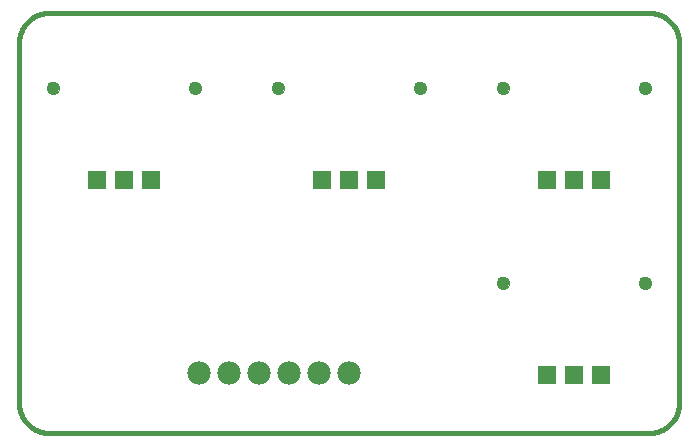
<source format=gbs>
G75*
%MOIN*%
%OFA0B0*%
%FSLAX25Y25*%
%IPPOS*%
%LPD*%
%AMOC8*
5,1,8,0,0,1.08239X$1,22.5*
%
%ADD10C,0.01600*%
%ADD11C,0.07800*%
%ADD12R,0.06337X0.06337*%
%ADD13C,0.00000*%
%ADD14C,0.04337*%
D10*
X0051800Y0036800D02*
X0251800Y0036800D01*
X0252042Y0036803D01*
X0252283Y0036812D01*
X0252524Y0036826D01*
X0252765Y0036847D01*
X0253005Y0036873D01*
X0253245Y0036905D01*
X0253484Y0036943D01*
X0253721Y0036986D01*
X0253958Y0037036D01*
X0254193Y0037091D01*
X0254427Y0037151D01*
X0254659Y0037218D01*
X0254890Y0037289D01*
X0255119Y0037367D01*
X0255346Y0037450D01*
X0255571Y0037538D01*
X0255794Y0037632D01*
X0256014Y0037731D01*
X0256232Y0037836D01*
X0256447Y0037945D01*
X0256660Y0038060D01*
X0256870Y0038180D01*
X0257076Y0038305D01*
X0257280Y0038435D01*
X0257481Y0038570D01*
X0257678Y0038710D01*
X0257872Y0038854D01*
X0258062Y0039003D01*
X0258248Y0039157D01*
X0258431Y0039315D01*
X0258610Y0039477D01*
X0258785Y0039644D01*
X0258956Y0039815D01*
X0259123Y0039990D01*
X0259285Y0040169D01*
X0259443Y0040352D01*
X0259597Y0040538D01*
X0259746Y0040728D01*
X0259890Y0040922D01*
X0260030Y0041119D01*
X0260165Y0041320D01*
X0260295Y0041524D01*
X0260420Y0041730D01*
X0260540Y0041940D01*
X0260655Y0042153D01*
X0260764Y0042368D01*
X0260869Y0042586D01*
X0260968Y0042806D01*
X0261062Y0043029D01*
X0261150Y0043254D01*
X0261233Y0043481D01*
X0261311Y0043710D01*
X0261382Y0043941D01*
X0261449Y0044173D01*
X0261509Y0044407D01*
X0261564Y0044642D01*
X0261614Y0044879D01*
X0261657Y0045116D01*
X0261695Y0045355D01*
X0261727Y0045595D01*
X0261753Y0045835D01*
X0261774Y0046076D01*
X0261788Y0046317D01*
X0261797Y0046558D01*
X0261800Y0046800D01*
X0261800Y0166800D01*
X0261797Y0167042D01*
X0261788Y0167283D01*
X0261774Y0167524D01*
X0261753Y0167765D01*
X0261727Y0168005D01*
X0261695Y0168245D01*
X0261657Y0168484D01*
X0261614Y0168721D01*
X0261564Y0168958D01*
X0261509Y0169193D01*
X0261449Y0169427D01*
X0261382Y0169659D01*
X0261311Y0169890D01*
X0261233Y0170119D01*
X0261150Y0170346D01*
X0261062Y0170571D01*
X0260968Y0170794D01*
X0260869Y0171014D01*
X0260764Y0171232D01*
X0260655Y0171447D01*
X0260540Y0171660D01*
X0260420Y0171870D01*
X0260295Y0172076D01*
X0260165Y0172280D01*
X0260030Y0172481D01*
X0259890Y0172678D01*
X0259746Y0172872D01*
X0259597Y0173062D01*
X0259443Y0173248D01*
X0259285Y0173431D01*
X0259123Y0173610D01*
X0258956Y0173785D01*
X0258785Y0173956D01*
X0258610Y0174123D01*
X0258431Y0174285D01*
X0258248Y0174443D01*
X0258062Y0174597D01*
X0257872Y0174746D01*
X0257678Y0174890D01*
X0257481Y0175030D01*
X0257280Y0175165D01*
X0257076Y0175295D01*
X0256870Y0175420D01*
X0256660Y0175540D01*
X0256447Y0175655D01*
X0256232Y0175764D01*
X0256014Y0175869D01*
X0255794Y0175968D01*
X0255571Y0176062D01*
X0255346Y0176150D01*
X0255119Y0176233D01*
X0254890Y0176311D01*
X0254659Y0176382D01*
X0254427Y0176449D01*
X0254193Y0176509D01*
X0253958Y0176564D01*
X0253721Y0176614D01*
X0253484Y0176657D01*
X0253245Y0176695D01*
X0253005Y0176727D01*
X0252765Y0176753D01*
X0252524Y0176774D01*
X0252283Y0176788D01*
X0252042Y0176797D01*
X0251800Y0176800D01*
X0051800Y0176800D01*
X0051558Y0176797D01*
X0051317Y0176788D01*
X0051076Y0176774D01*
X0050835Y0176753D01*
X0050595Y0176727D01*
X0050355Y0176695D01*
X0050116Y0176657D01*
X0049879Y0176614D01*
X0049642Y0176564D01*
X0049407Y0176509D01*
X0049173Y0176449D01*
X0048941Y0176382D01*
X0048710Y0176311D01*
X0048481Y0176233D01*
X0048254Y0176150D01*
X0048029Y0176062D01*
X0047806Y0175968D01*
X0047586Y0175869D01*
X0047368Y0175764D01*
X0047153Y0175655D01*
X0046940Y0175540D01*
X0046730Y0175420D01*
X0046524Y0175295D01*
X0046320Y0175165D01*
X0046119Y0175030D01*
X0045922Y0174890D01*
X0045728Y0174746D01*
X0045538Y0174597D01*
X0045352Y0174443D01*
X0045169Y0174285D01*
X0044990Y0174123D01*
X0044815Y0173956D01*
X0044644Y0173785D01*
X0044477Y0173610D01*
X0044315Y0173431D01*
X0044157Y0173248D01*
X0044003Y0173062D01*
X0043854Y0172872D01*
X0043710Y0172678D01*
X0043570Y0172481D01*
X0043435Y0172280D01*
X0043305Y0172076D01*
X0043180Y0171870D01*
X0043060Y0171660D01*
X0042945Y0171447D01*
X0042836Y0171232D01*
X0042731Y0171014D01*
X0042632Y0170794D01*
X0042538Y0170571D01*
X0042450Y0170346D01*
X0042367Y0170119D01*
X0042289Y0169890D01*
X0042218Y0169659D01*
X0042151Y0169427D01*
X0042091Y0169193D01*
X0042036Y0168958D01*
X0041986Y0168721D01*
X0041943Y0168484D01*
X0041905Y0168245D01*
X0041873Y0168005D01*
X0041847Y0167765D01*
X0041826Y0167524D01*
X0041812Y0167283D01*
X0041803Y0167042D01*
X0041800Y0166800D01*
X0041800Y0046800D01*
X0041803Y0046558D01*
X0041812Y0046317D01*
X0041826Y0046076D01*
X0041847Y0045835D01*
X0041873Y0045595D01*
X0041905Y0045355D01*
X0041943Y0045116D01*
X0041986Y0044879D01*
X0042036Y0044642D01*
X0042091Y0044407D01*
X0042151Y0044173D01*
X0042218Y0043941D01*
X0042289Y0043710D01*
X0042367Y0043481D01*
X0042450Y0043254D01*
X0042538Y0043029D01*
X0042632Y0042806D01*
X0042731Y0042586D01*
X0042836Y0042368D01*
X0042945Y0042153D01*
X0043060Y0041940D01*
X0043180Y0041730D01*
X0043305Y0041524D01*
X0043435Y0041320D01*
X0043570Y0041119D01*
X0043710Y0040922D01*
X0043854Y0040728D01*
X0044003Y0040538D01*
X0044157Y0040352D01*
X0044315Y0040169D01*
X0044477Y0039990D01*
X0044644Y0039815D01*
X0044815Y0039644D01*
X0044990Y0039477D01*
X0045169Y0039315D01*
X0045352Y0039157D01*
X0045538Y0039003D01*
X0045728Y0038854D01*
X0045922Y0038710D01*
X0046119Y0038570D01*
X0046320Y0038435D01*
X0046524Y0038305D01*
X0046730Y0038180D01*
X0046940Y0038060D01*
X0047153Y0037945D01*
X0047368Y0037836D01*
X0047586Y0037731D01*
X0047806Y0037632D01*
X0048029Y0037538D01*
X0048254Y0037450D01*
X0048481Y0037367D01*
X0048710Y0037289D01*
X0048941Y0037218D01*
X0049173Y0037151D01*
X0049407Y0037091D01*
X0049642Y0037036D01*
X0049879Y0036986D01*
X0050116Y0036943D01*
X0050355Y0036905D01*
X0050595Y0036873D01*
X0050835Y0036847D01*
X0051076Y0036826D01*
X0051317Y0036812D01*
X0051558Y0036803D01*
X0051800Y0036800D01*
D11*
X0101800Y0056800D03*
X0111800Y0056800D03*
X0121800Y0056800D03*
X0131800Y0056800D03*
X0141800Y0056800D03*
X0151800Y0056800D03*
D12*
X0217745Y0056091D03*
X0226800Y0056091D03*
X0235855Y0056091D03*
X0235855Y0121091D03*
X0226800Y0121091D03*
X0217745Y0121091D03*
X0160855Y0121091D03*
X0151800Y0121091D03*
X0142745Y0121091D03*
X0085855Y0121091D03*
X0076800Y0121091D03*
X0067745Y0121091D03*
D13*
X0051209Y0151800D02*
X0051211Y0151888D01*
X0051217Y0151976D01*
X0051227Y0152064D01*
X0051241Y0152152D01*
X0051258Y0152238D01*
X0051280Y0152324D01*
X0051305Y0152408D01*
X0051335Y0152492D01*
X0051367Y0152574D01*
X0051404Y0152654D01*
X0051444Y0152733D01*
X0051488Y0152810D01*
X0051535Y0152885D01*
X0051585Y0152957D01*
X0051639Y0153028D01*
X0051695Y0153095D01*
X0051755Y0153161D01*
X0051817Y0153223D01*
X0051883Y0153283D01*
X0051950Y0153339D01*
X0052021Y0153393D01*
X0052093Y0153443D01*
X0052168Y0153490D01*
X0052245Y0153534D01*
X0052324Y0153574D01*
X0052404Y0153611D01*
X0052486Y0153643D01*
X0052570Y0153673D01*
X0052654Y0153698D01*
X0052740Y0153720D01*
X0052826Y0153737D01*
X0052914Y0153751D01*
X0053002Y0153761D01*
X0053090Y0153767D01*
X0053178Y0153769D01*
X0053266Y0153767D01*
X0053354Y0153761D01*
X0053442Y0153751D01*
X0053530Y0153737D01*
X0053616Y0153720D01*
X0053702Y0153698D01*
X0053786Y0153673D01*
X0053870Y0153643D01*
X0053952Y0153611D01*
X0054032Y0153574D01*
X0054111Y0153534D01*
X0054188Y0153490D01*
X0054263Y0153443D01*
X0054335Y0153393D01*
X0054406Y0153339D01*
X0054473Y0153283D01*
X0054539Y0153223D01*
X0054601Y0153161D01*
X0054661Y0153095D01*
X0054717Y0153028D01*
X0054771Y0152957D01*
X0054821Y0152885D01*
X0054868Y0152810D01*
X0054912Y0152733D01*
X0054952Y0152654D01*
X0054989Y0152574D01*
X0055021Y0152492D01*
X0055051Y0152408D01*
X0055076Y0152324D01*
X0055098Y0152238D01*
X0055115Y0152152D01*
X0055129Y0152064D01*
X0055139Y0151976D01*
X0055145Y0151888D01*
X0055147Y0151800D01*
X0055145Y0151712D01*
X0055139Y0151624D01*
X0055129Y0151536D01*
X0055115Y0151448D01*
X0055098Y0151362D01*
X0055076Y0151276D01*
X0055051Y0151192D01*
X0055021Y0151108D01*
X0054989Y0151026D01*
X0054952Y0150946D01*
X0054912Y0150867D01*
X0054868Y0150790D01*
X0054821Y0150715D01*
X0054771Y0150643D01*
X0054717Y0150572D01*
X0054661Y0150505D01*
X0054601Y0150439D01*
X0054539Y0150377D01*
X0054473Y0150317D01*
X0054406Y0150261D01*
X0054335Y0150207D01*
X0054263Y0150157D01*
X0054188Y0150110D01*
X0054111Y0150066D01*
X0054032Y0150026D01*
X0053952Y0149989D01*
X0053870Y0149957D01*
X0053786Y0149927D01*
X0053702Y0149902D01*
X0053616Y0149880D01*
X0053530Y0149863D01*
X0053442Y0149849D01*
X0053354Y0149839D01*
X0053266Y0149833D01*
X0053178Y0149831D01*
X0053090Y0149833D01*
X0053002Y0149839D01*
X0052914Y0149849D01*
X0052826Y0149863D01*
X0052740Y0149880D01*
X0052654Y0149902D01*
X0052570Y0149927D01*
X0052486Y0149957D01*
X0052404Y0149989D01*
X0052324Y0150026D01*
X0052245Y0150066D01*
X0052168Y0150110D01*
X0052093Y0150157D01*
X0052021Y0150207D01*
X0051950Y0150261D01*
X0051883Y0150317D01*
X0051817Y0150377D01*
X0051755Y0150439D01*
X0051695Y0150505D01*
X0051639Y0150572D01*
X0051585Y0150643D01*
X0051535Y0150715D01*
X0051488Y0150790D01*
X0051444Y0150867D01*
X0051404Y0150946D01*
X0051367Y0151026D01*
X0051335Y0151108D01*
X0051305Y0151192D01*
X0051280Y0151276D01*
X0051258Y0151362D01*
X0051241Y0151448D01*
X0051227Y0151536D01*
X0051217Y0151624D01*
X0051211Y0151712D01*
X0051209Y0151800D01*
X0098453Y0151800D02*
X0098455Y0151888D01*
X0098461Y0151976D01*
X0098471Y0152064D01*
X0098485Y0152152D01*
X0098502Y0152238D01*
X0098524Y0152324D01*
X0098549Y0152408D01*
X0098579Y0152492D01*
X0098611Y0152574D01*
X0098648Y0152654D01*
X0098688Y0152733D01*
X0098732Y0152810D01*
X0098779Y0152885D01*
X0098829Y0152957D01*
X0098883Y0153028D01*
X0098939Y0153095D01*
X0098999Y0153161D01*
X0099061Y0153223D01*
X0099127Y0153283D01*
X0099194Y0153339D01*
X0099265Y0153393D01*
X0099337Y0153443D01*
X0099412Y0153490D01*
X0099489Y0153534D01*
X0099568Y0153574D01*
X0099648Y0153611D01*
X0099730Y0153643D01*
X0099814Y0153673D01*
X0099898Y0153698D01*
X0099984Y0153720D01*
X0100070Y0153737D01*
X0100158Y0153751D01*
X0100246Y0153761D01*
X0100334Y0153767D01*
X0100422Y0153769D01*
X0100510Y0153767D01*
X0100598Y0153761D01*
X0100686Y0153751D01*
X0100774Y0153737D01*
X0100860Y0153720D01*
X0100946Y0153698D01*
X0101030Y0153673D01*
X0101114Y0153643D01*
X0101196Y0153611D01*
X0101276Y0153574D01*
X0101355Y0153534D01*
X0101432Y0153490D01*
X0101507Y0153443D01*
X0101579Y0153393D01*
X0101650Y0153339D01*
X0101717Y0153283D01*
X0101783Y0153223D01*
X0101845Y0153161D01*
X0101905Y0153095D01*
X0101961Y0153028D01*
X0102015Y0152957D01*
X0102065Y0152885D01*
X0102112Y0152810D01*
X0102156Y0152733D01*
X0102196Y0152654D01*
X0102233Y0152574D01*
X0102265Y0152492D01*
X0102295Y0152408D01*
X0102320Y0152324D01*
X0102342Y0152238D01*
X0102359Y0152152D01*
X0102373Y0152064D01*
X0102383Y0151976D01*
X0102389Y0151888D01*
X0102391Y0151800D01*
X0102389Y0151712D01*
X0102383Y0151624D01*
X0102373Y0151536D01*
X0102359Y0151448D01*
X0102342Y0151362D01*
X0102320Y0151276D01*
X0102295Y0151192D01*
X0102265Y0151108D01*
X0102233Y0151026D01*
X0102196Y0150946D01*
X0102156Y0150867D01*
X0102112Y0150790D01*
X0102065Y0150715D01*
X0102015Y0150643D01*
X0101961Y0150572D01*
X0101905Y0150505D01*
X0101845Y0150439D01*
X0101783Y0150377D01*
X0101717Y0150317D01*
X0101650Y0150261D01*
X0101579Y0150207D01*
X0101507Y0150157D01*
X0101432Y0150110D01*
X0101355Y0150066D01*
X0101276Y0150026D01*
X0101196Y0149989D01*
X0101114Y0149957D01*
X0101030Y0149927D01*
X0100946Y0149902D01*
X0100860Y0149880D01*
X0100774Y0149863D01*
X0100686Y0149849D01*
X0100598Y0149839D01*
X0100510Y0149833D01*
X0100422Y0149831D01*
X0100334Y0149833D01*
X0100246Y0149839D01*
X0100158Y0149849D01*
X0100070Y0149863D01*
X0099984Y0149880D01*
X0099898Y0149902D01*
X0099814Y0149927D01*
X0099730Y0149957D01*
X0099648Y0149989D01*
X0099568Y0150026D01*
X0099489Y0150066D01*
X0099412Y0150110D01*
X0099337Y0150157D01*
X0099265Y0150207D01*
X0099194Y0150261D01*
X0099127Y0150317D01*
X0099061Y0150377D01*
X0098999Y0150439D01*
X0098939Y0150505D01*
X0098883Y0150572D01*
X0098829Y0150643D01*
X0098779Y0150715D01*
X0098732Y0150790D01*
X0098688Y0150867D01*
X0098648Y0150946D01*
X0098611Y0151026D01*
X0098579Y0151108D01*
X0098549Y0151192D01*
X0098524Y0151276D01*
X0098502Y0151362D01*
X0098485Y0151448D01*
X0098471Y0151536D01*
X0098461Y0151624D01*
X0098455Y0151712D01*
X0098453Y0151800D01*
X0126209Y0151800D02*
X0126211Y0151888D01*
X0126217Y0151976D01*
X0126227Y0152064D01*
X0126241Y0152152D01*
X0126258Y0152238D01*
X0126280Y0152324D01*
X0126305Y0152408D01*
X0126335Y0152492D01*
X0126367Y0152574D01*
X0126404Y0152654D01*
X0126444Y0152733D01*
X0126488Y0152810D01*
X0126535Y0152885D01*
X0126585Y0152957D01*
X0126639Y0153028D01*
X0126695Y0153095D01*
X0126755Y0153161D01*
X0126817Y0153223D01*
X0126883Y0153283D01*
X0126950Y0153339D01*
X0127021Y0153393D01*
X0127093Y0153443D01*
X0127168Y0153490D01*
X0127245Y0153534D01*
X0127324Y0153574D01*
X0127404Y0153611D01*
X0127486Y0153643D01*
X0127570Y0153673D01*
X0127654Y0153698D01*
X0127740Y0153720D01*
X0127826Y0153737D01*
X0127914Y0153751D01*
X0128002Y0153761D01*
X0128090Y0153767D01*
X0128178Y0153769D01*
X0128266Y0153767D01*
X0128354Y0153761D01*
X0128442Y0153751D01*
X0128530Y0153737D01*
X0128616Y0153720D01*
X0128702Y0153698D01*
X0128786Y0153673D01*
X0128870Y0153643D01*
X0128952Y0153611D01*
X0129032Y0153574D01*
X0129111Y0153534D01*
X0129188Y0153490D01*
X0129263Y0153443D01*
X0129335Y0153393D01*
X0129406Y0153339D01*
X0129473Y0153283D01*
X0129539Y0153223D01*
X0129601Y0153161D01*
X0129661Y0153095D01*
X0129717Y0153028D01*
X0129771Y0152957D01*
X0129821Y0152885D01*
X0129868Y0152810D01*
X0129912Y0152733D01*
X0129952Y0152654D01*
X0129989Y0152574D01*
X0130021Y0152492D01*
X0130051Y0152408D01*
X0130076Y0152324D01*
X0130098Y0152238D01*
X0130115Y0152152D01*
X0130129Y0152064D01*
X0130139Y0151976D01*
X0130145Y0151888D01*
X0130147Y0151800D01*
X0130145Y0151712D01*
X0130139Y0151624D01*
X0130129Y0151536D01*
X0130115Y0151448D01*
X0130098Y0151362D01*
X0130076Y0151276D01*
X0130051Y0151192D01*
X0130021Y0151108D01*
X0129989Y0151026D01*
X0129952Y0150946D01*
X0129912Y0150867D01*
X0129868Y0150790D01*
X0129821Y0150715D01*
X0129771Y0150643D01*
X0129717Y0150572D01*
X0129661Y0150505D01*
X0129601Y0150439D01*
X0129539Y0150377D01*
X0129473Y0150317D01*
X0129406Y0150261D01*
X0129335Y0150207D01*
X0129263Y0150157D01*
X0129188Y0150110D01*
X0129111Y0150066D01*
X0129032Y0150026D01*
X0128952Y0149989D01*
X0128870Y0149957D01*
X0128786Y0149927D01*
X0128702Y0149902D01*
X0128616Y0149880D01*
X0128530Y0149863D01*
X0128442Y0149849D01*
X0128354Y0149839D01*
X0128266Y0149833D01*
X0128178Y0149831D01*
X0128090Y0149833D01*
X0128002Y0149839D01*
X0127914Y0149849D01*
X0127826Y0149863D01*
X0127740Y0149880D01*
X0127654Y0149902D01*
X0127570Y0149927D01*
X0127486Y0149957D01*
X0127404Y0149989D01*
X0127324Y0150026D01*
X0127245Y0150066D01*
X0127168Y0150110D01*
X0127093Y0150157D01*
X0127021Y0150207D01*
X0126950Y0150261D01*
X0126883Y0150317D01*
X0126817Y0150377D01*
X0126755Y0150439D01*
X0126695Y0150505D01*
X0126639Y0150572D01*
X0126585Y0150643D01*
X0126535Y0150715D01*
X0126488Y0150790D01*
X0126444Y0150867D01*
X0126404Y0150946D01*
X0126367Y0151026D01*
X0126335Y0151108D01*
X0126305Y0151192D01*
X0126280Y0151276D01*
X0126258Y0151362D01*
X0126241Y0151448D01*
X0126227Y0151536D01*
X0126217Y0151624D01*
X0126211Y0151712D01*
X0126209Y0151800D01*
X0173453Y0151800D02*
X0173455Y0151888D01*
X0173461Y0151976D01*
X0173471Y0152064D01*
X0173485Y0152152D01*
X0173502Y0152238D01*
X0173524Y0152324D01*
X0173549Y0152408D01*
X0173579Y0152492D01*
X0173611Y0152574D01*
X0173648Y0152654D01*
X0173688Y0152733D01*
X0173732Y0152810D01*
X0173779Y0152885D01*
X0173829Y0152957D01*
X0173883Y0153028D01*
X0173939Y0153095D01*
X0173999Y0153161D01*
X0174061Y0153223D01*
X0174127Y0153283D01*
X0174194Y0153339D01*
X0174265Y0153393D01*
X0174337Y0153443D01*
X0174412Y0153490D01*
X0174489Y0153534D01*
X0174568Y0153574D01*
X0174648Y0153611D01*
X0174730Y0153643D01*
X0174814Y0153673D01*
X0174898Y0153698D01*
X0174984Y0153720D01*
X0175070Y0153737D01*
X0175158Y0153751D01*
X0175246Y0153761D01*
X0175334Y0153767D01*
X0175422Y0153769D01*
X0175510Y0153767D01*
X0175598Y0153761D01*
X0175686Y0153751D01*
X0175774Y0153737D01*
X0175860Y0153720D01*
X0175946Y0153698D01*
X0176030Y0153673D01*
X0176114Y0153643D01*
X0176196Y0153611D01*
X0176276Y0153574D01*
X0176355Y0153534D01*
X0176432Y0153490D01*
X0176507Y0153443D01*
X0176579Y0153393D01*
X0176650Y0153339D01*
X0176717Y0153283D01*
X0176783Y0153223D01*
X0176845Y0153161D01*
X0176905Y0153095D01*
X0176961Y0153028D01*
X0177015Y0152957D01*
X0177065Y0152885D01*
X0177112Y0152810D01*
X0177156Y0152733D01*
X0177196Y0152654D01*
X0177233Y0152574D01*
X0177265Y0152492D01*
X0177295Y0152408D01*
X0177320Y0152324D01*
X0177342Y0152238D01*
X0177359Y0152152D01*
X0177373Y0152064D01*
X0177383Y0151976D01*
X0177389Y0151888D01*
X0177391Y0151800D01*
X0177389Y0151712D01*
X0177383Y0151624D01*
X0177373Y0151536D01*
X0177359Y0151448D01*
X0177342Y0151362D01*
X0177320Y0151276D01*
X0177295Y0151192D01*
X0177265Y0151108D01*
X0177233Y0151026D01*
X0177196Y0150946D01*
X0177156Y0150867D01*
X0177112Y0150790D01*
X0177065Y0150715D01*
X0177015Y0150643D01*
X0176961Y0150572D01*
X0176905Y0150505D01*
X0176845Y0150439D01*
X0176783Y0150377D01*
X0176717Y0150317D01*
X0176650Y0150261D01*
X0176579Y0150207D01*
X0176507Y0150157D01*
X0176432Y0150110D01*
X0176355Y0150066D01*
X0176276Y0150026D01*
X0176196Y0149989D01*
X0176114Y0149957D01*
X0176030Y0149927D01*
X0175946Y0149902D01*
X0175860Y0149880D01*
X0175774Y0149863D01*
X0175686Y0149849D01*
X0175598Y0149839D01*
X0175510Y0149833D01*
X0175422Y0149831D01*
X0175334Y0149833D01*
X0175246Y0149839D01*
X0175158Y0149849D01*
X0175070Y0149863D01*
X0174984Y0149880D01*
X0174898Y0149902D01*
X0174814Y0149927D01*
X0174730Y0149957D01*
X0174648Y0149989D01*
X0174568Y0150026D01*
X0174489Y0150066D01*
X0174412Y0150110D01*
X0174337Y0150157D01*
X0174265Y0150207D01*
X0174194Y0150261D01*
X0174127Y0150317D01*
X0174061Y0150377D01*
X0173999Y0150439D01*
X0173939Y0150505D01*
X0173883Y0150572D01*
X0173829Y0150643D01*
X0173779Y0150715D01*
X0173732Y0150790D01*
X0173688Y0150867D01*
X0173648Y0150946D01*
X0173611Y0151026D01*
X0173579Y0151108D01*
X0173549Y0151192D01*
X0173524Y0151276D01*
X0173502Y0151362D01*
X0173485Y0151448D01*
X0173471Y0151536D01*
X0173461Y0151624D01*
X0173455Y0151712D01*
X0173453Y0151800D01*
X0201209Y0151800D02*
X0201211Y0151888D01*
X0201217Y0151976D01*
X0201227Y0152064D01*
X0201241Y0152152D01*
X0201258Y0152238D01*
X0201280Y0152324D01*
X0201305Y0152408D01*
X0201335Y0152492D01*
X0201367Y0152574D01*
X0201404Y0152654D01*
X0201444Y0152733D01*
X0201488Y0152810D01*
X0201535Y0152885D01*
X0201585Y0152957D01*
X0201639Y0153028D01*
X0201695Y0153095D01*
X0201755Y0153161D01*
X0201817Y0153223D01*
X0201883Y0153283D01*
X0201950Y0153339D01*
X0202021Y0153393D01*
X0202093Y0153443D01*
X0202168Y0153490D01*
X0202245Y0153534D01*
X0202324Y0153574D01*
X0202404Y0153611D01*
X0202486Y0153643D01*
X0202570Y0153673D01*
X0202654Y0153698D01*
X0202740Y0153720D01*
X0202826Y0153737D01*
X0202914Y0153751D01*
X0203002Y0153761D01*
X0203090Y0153767D01*
X0203178Y0153769D01*
X0203266Y0153767D01*
X0203354Y0153761D01*
X0203442Y0153751D01*
X0203530Y0153737D01*
X0203616Y0153720D01*
X0203702Y0153698D01*
X0203786Y0153673D01*
X0203870Y0153643D01*
X0203952Y0153611D01*
X0204032Y0153574D01*
X0204111Y0153534D01*
X0204188Y0153490D01*
X0204263Y0153443D01*
X0204335Y0153393D01*
X0204406Y0153339D01*
X0204473Y0153283D01*
X0204539Y0153223D01*
X0204601Y0153161D01*
X0204661Y0153095D01*
X0204717Y0153028D01*
X0204771Y0152957D01*
X0204821Y0152885D01*
X0204868Y0152810D01*
X0204912Y0152733D01*
X0204952Y0152654D01*
X0204989Y0152574D01*
X0205021Y0152492D01*
X0205051Y0152408D01*
X0205076Y0152324D01*
X0205098Y0152238D01*
X0205115Y0152152D01*
X0205129Y0152064D01*
X0205139Y0151976D01*
X0205145Y0151888D01*
X0205147Y0151800D01*
X0205145Y0151712D01*
X0205139Y0151624D01*
X0205129Y0151536D01*
X0205115Y0151448D01*
X0205098Y0151362D01*
X0205076Y0151276D01*
X0205051Y0151192D01*
X0205021Y0151108D01*
X0204989Y0151026D01*
X0204952Y0150946D01*
X0204912Y0150867D01*
X0204868Y0150790D01*
X0204821Y0150715D01*
X0204771Y0150643D01*
X0204717Y0150572D01*
X0204661Y0150505D01*
X0204601Y0150439D01*
X0204539Y0150377D01*
X0204473Y0150317D01*
X0204406Y0150261D01*
X0204335Y0150207D01*
X0204263Y0150157D01*
X0204188Y0150110D01*
X0204111Y0150066D01*
X0204032Y0150026D01*
X0203952Y0149989D01*
X0203870Y0149957D01*
X0203786Y0149927D01*
X0203702Y0149902D01*
X0203616Y0149880D01*
X0203530Y0149863D01*
X0203442Y0149849D01*
X0203354Y0149839D01*
X0203266Y0149833D01*
X0203178Y0149831D01*
X0203090Y0149833D01*
X0203002Y0149839D01*
X0202914Y0149849D01*
X0202826Y0149863D01*
X0202740Y0149880D01*
X0202654Y0149902D01*
X0202570Y0149927D01*
X0202486Y0149957D01*
X0202404Y0149989D01*
X0202324Y0150026D01*
X0202245Y0150066D01*
X0202168Y0150110D01*
X0202093Y0150157D01*
X0202021Y0150207D01*
X0201950Y0150261D01*
X0201883Y0150317D01*
X0201817Y0150377D01*
X0201755Y0150439D01*
X0201695Y0150505D01*
X0201639Y0150572D01*
X0201585Y0150643D01*
X0201535Y0150715D01*
X0201488Y0150790D01*
X0201444Y0150867D01*
X0201404Y0150946D01*
X0201367Y0151026D01*
X0201335Y0151108D01*
X0201305Y0151192D01*
X0201280Y0151276D01*
X0201258Y0151362D01*
X0201241Y0151448D01*
X0201227Y0151536D01*
X0201217Y0151624D01*
X0201211Y0151712D01*
X0201209Y0151800D01*
X0248453Y0151800D02*
X0248455Y0151888D01*
X0248461Y0151976D01*
X0248471Y0152064D01*
X0248485Y0152152D01*
X0248502Y0152238D01*
X0248524Y0152324D01*
X0248549Y0152408D01*
X0248579Y0152492D01*
X0248611Y0152574D01*
X0248648Y0152654D01*
X0248688Y0152733D01*
X0248732Y0152810D01*
X0248779Y0152885D01*
X0248829Y0152957D01*
X0248883Y0153028D01*
X0248939Y0153095D01*
X0248999Y0153161D01*
X0249061Y0153223D01*
X0249127Y0153283D01*
X0249194Y0153339D01*
X0249265Y0153393D01*
X0249337Y0153443D01*
X0249412Y0153490D01*
X0249489Y0153534D01*
X0249568Y0153574D01*
X0249648Y0153611D01*
X0249730Y0153643D01*
X0249814Y0153673D01*
X0249898Y0153698D01*
X0249984Y0153720D01*
X0250070Y0153737D01*
X0250158Y0153751D01*
X0250246Y0153761D01*
X0250334Y0153767D01*
X0250422Y0153769D01*
X0250510Y0153767D01*
X0250598Y0153761D01*
X0250686Y0153751D01*
X0250774Y0153737D01*
X0250860Y0153720D01*
X0250946Y0153698D01*
X0251030Y0153673D01*
X0251114Y0153643D01*
X0251196Y0153611D01*
X0251276Y0153574D01*
X0251355Y0153534D01*
X0251432Y0153490D01*
X0251507Y0153443D01*
X0251579Y0153393D01*
X0251650Y0153339D01*
X0251717Y0153283D01*
X0251783Y0153223D01*
X0251845Y0153161D01*
X0251905Y0153095D01*
X0251961Y0153028D01*
X0252015Y0152957D01*
X0252065Y0152885D01*
X0252112Y0152810D01*
X0252156Y0152733D01*
X0252196Y0152654D01*
X0252233Y0152574D01*
X0252265Y0152492D01*
X0252295Y0152408D01*
X0252320Y0152324D01*
X0252342Y0152238D01*
X0252359Y0152152D01*
X0252373Y0152064D01*
X0252383Y0151976D01*
X0252389Y0151888D01*
X0252391Y0151800D01*
X0252389Y0151712D01*
X0252383Y0151624D01*
X0252373Y0151536D01*
X0252359Y0151448D01*
X0252342Y0151362D01*
X0252320Y0151276D01*
X0252295Y0151192D01*
X0252265Y0151108D01*
X0252233Y0151026D01*
X0252196Y0150946D01*
X0252156Y0150867D01*
X0252112Y0150790D01*
X0252065Y0150715D01*
X0252015Y0150643D01*
X0251961Y0150572D01*
X0251905Y0150505D01*
X0251845Y0150439D01*
X0251783Y0150377D01*
X0251717Y0150317D01*
X0251650Y0150261D01*
X0251579Y0150207D01*
X0251507Y0150157D01*
X0251432Y0150110D01*
X0251355Y0150066D01*
X0251276Y0150026D01*
X0251196Y0149989D01*
X0251114Y0149957D01*
X0251030Y0149927D01*
X0250946Y0149902D01*
X0250860Y0149880D01*
X0250774Y0149863D01*
X0250686Y0149849D01*
X0250598Y0149839D01*
X0250510Y0149833D01*
X0250422Y0149831D01*
X0250334Y0149833D01*
X0250246Y0149839D01*
X0250158Y0149849D01*
X0250070Y0149863D01*
X0249984Y0149880D01*
X0249898Y0149902D01*
X0249814Y0149927D01*
X0249730Y0149957D01*
X0249648Y0149989D01*
X0249568Y0150026D01*
X0249489Y0150066D01*
X0249412Y0150110D01*
X0249337Y0150157D01*
X0249265Y0150207D01*
X0249194Y0150261D01*
X0249127Y0150317D01*
X0249061Y0150377D01*
X0248999Y0150439D01*
X0248939Y0150505D01*
X0248883Y0150572D01*
X0248829Y0150643D01*
X0248779Y0150715D01*
X0248732Y0150790D01*
X0248688Y0150867D01*
X0248648Y0150946D01*
X0248611Y0151026D01*
X0248579Y0151108D01*
X0248549Y0151192D01*
X0248524Y0151276D01*
X0248502Y0151362D01*
X0248485Y0151448D01*
X0248471Y0151536D01*
X0248461Y0151624D01*
X0248455Y0151712D01*
X0248453Y0151800D01*
X0248453Y0086800D02*
X0248455Y0086888D01*
X0248461Y0086976D01*
X0248471Y0087064D01*
X0248485Y0087152D01*
X0248502Y0087238D01*
X0248524Y0087324D01*
X0248549Y0087408D01*
X0248579Y0087492D01*
X0248611Y0087574D01*
X0248648Y0087654D01*
X0248688Y0087733D01*
X0248732Y0087810D01*
X0248779Y0087885D01*
X0248829Y0087957D01*
X0248883Y0088028D01*
X0248939Y0088095D01*
X0248999Y0088161D01*
X0249061Y0088223D01*
X0249127Y0088283D01*
X0249194Y0088339D01*
X0249265Y0088393D01*
X0249337Y0088443D01*
X0249412Y0088490D01*
X0249489Y0088534D01*
X0249568Y0088574D01*
X0249648Y0088611D01*
X0249730Y0088643D01*
X0249814Y0088673D01*
X0249898Y0088698D01*
X0249984Y0088720D01*
X0250070Y0088737D01*
X0250158Y0088751D01*
X0250246Y0088761D01*
X0250334Y0088767D01*
X0250422Y0088769D01*
X0250510Y0088767D01*
X0250598Y0088761D01*
X0250686Y0088751D01*
X0250774Y0088737D01*
X0250860Y0088720D01*
X0250946Y0088698D01*
X0251030Y0088673D01*
X0251114Y0088643D01*
X0251196Y0088611D01*
X0251276Y0088574D01*
X0251355Y0088534D01*
X0251432Y0088490D01*
X0251507Y0088443D01*
X0251579Y0088393D01*
X0251650Y0088339D01*
X0251717Y0088283D01*
X0251783Y0088223D01*
X0251845Y0088161D01*
X0251905Y0088095D01*
X0251961Y0088028D01*
X0252015Y0087957D01*
X0252065Y0087885D01*
X0252112Y0087810D01*
X0252156Y0087733D01*
X0252196Y0087654D01*
X0252233Y0087574D01*
X0252265Y0087492D01*
X0252295Y0087408D01*
X0252320Y0087324D01*
X0252342Y0087238D01*
X0252359Y0087152D01*
X0252373Y0087064D01*
X0252383Y0086976D01*
X0252389Y0086888D01*
X0252391Y0086800D01*
X0252389Y0086712D01*
X0252383Y0086624D01*
X0252373Y0086536D01*
X0252359Y0086448D01*
X0252342Y0086362D01*
X0252320Y0086276D01*
X0252295Y0086192D01*
X0252265Y0086108D01*
X0252233Y0086026D01*
X0252196Y0085946D01*
X0252156Y0085867D01*
X0252112Y0085790D01*
X0252065Y0085715D01*
X0252015Y0085643D01*
X0251961Y0085572D01*
X0251905Y0085505D01*
X0251845Y0085439D01*
X0251783Y0085377D01*
X0251717Y0085317D01*
X0251650Y0085261D01*
X0251579Y0085207D01*
X0251507Y0085157D01*
X0251432Y0085110D01*
X0251355Y0085066D01*
X0251276Y0085026D01*
X0251196Y0084989D01*
X0251114Y0084957D01*
X0251030Y0084927D01*
X0250946Y0084902D01*
X0250860Y0084880D01*
X0250774Y0084863D01*
X0250686Y0084849D01*
X0250598Y0084839D01*
X0250510Y0084833D01*
X0250422Y0084831D01*
X0250334Y0084833D01*
X0250246Y0084839D01*
X0250158Y0084849D01*
X0250070Y0084863D01*
X0249984Y0084880D01*
X0249898Y0084902D01*
X0249814Y0084927D01*
X0249730Y0084957D01*
X0249648Y0084989D01*
X0249568Y0085026D01*
X0249489Y0085066D01*
X0249412Y0085110D01*
X0249337Y0085157D01*
X0249265Y0085207D01*
X0249194Y0085261D01*
X0249127Y0085317D01*
X0249061Y0085377D01*
X0248999Y0085439D01*
X0248939Y0085505D01*
X0248883Y0085572D01*
X0248829Y0085643D01*
X0248779Y0085715D01*
X0248732Y0085790D01*
X0248688Y0085867D01*
X0248648Y0085946D01*
X0248611Y0086026D01*
X0248579Y0086108D01*
X0248549Y0086192D01*
X0248524Y0086276D01*
X0248502Y0086362D01*
X0248485Y0086448D01*
X0248471Y0086536D01*
X0248461Y0086624D01*
X0248455Y0086712D01*
X0248453Y0086800D01*
X0201209Y0086800D02*
X0201211Y0086888D01*
X0201217Y0086976D01*
X0201227Y0087064D01*
X0201241Y0087152D01*
X0201258Y0087238D01*
X0201280Y0087324D01*
X0201305Y0087408D01*
X0201335Y0087492D01*
X0201367Y0087574D01*
X0201404Y0087654D01*
X0201444Y0087733D01*
X0201488Y0087810D01*
X0201535Y0087885D01*
X0201585Y0087957D01*
X0201639Y0088028D01*
X0201695Y0088095D01*
X0201755Y0088161D01*
X0201817Y0088223D01*
X0201883Y0088283D01*
X0201950Y0088339D01*
X0202021Y0088393D01*
X0202093Y0088443D01*
X0202168Y0088490D01*
X0202245Y0088534D01*
X0202324Y0088574D01*
X0202404Y0088611D01*
X0202486Y0088643D01*
X0202570Y0088673D01*
X0202654Y0088698D01*
X0202740Y0088720D01*
X0202826Y0088737D01*
X0202914Y0088751D01*
X0203002Y0088761D01*
X0203090Y0088767D01*
X0203178Y0088769D01*
X0203266Y0088767D01*
X0203354Y0088761D01*
X0203442Y0088751D01*
X0203530Y0088737D01*
X0203616Y0088720D01*
X0203702Y0088698D01*
X0203786Y0088673D01*
X0203870Y0088643D01*
X0203952Y0088611D01*
X0204032Y0088574D01*
X0204111Y0088534D01*
X0204188Y0088490D01*
X0204263Y0088443D01*
X0204335Y0088393D01*
X0204406Y0088339D01*
X0204473Y0088283D01*
X0204539Y0088223D01*
X0204601Y0088161D01*
X0204661Y0088095D01*
X0204717Y0088028D01*
X0204771Y0087957D01*
X0204821Y0087885D01*
X0204868Y0087810D01*
X0204912Y0087733D01*
X0204952Y0087654D01*
X0204989Y0087574D01*
X0205021Y0087492D01*
X0205051Y0087408D01*
X0205076Y0087324D01*
X0205098Y0087238D01*
X0205115Y0087152D01*
X0205129Y0087064D01*
X0205139Y0086976D01*
X0205145Y0086888D01*
X0205147Y0086800D01*
X0205145Y0086712D01*
X0205139Y0086624D01*
X0205129Y0086536D01*
X0205115Y0086448D01*
X0205098Y0086362D01*
X0205076Y0086276D01*
X0205051Y0086192D01*
X0205021Y0086108D01*
X0204989Y0086026D01*
X0204952Y0085946D01*
X0204912Y0085867D01*
X0204868Y0085790D01*
X0204821Y0085715D01*
X0204771Y0085643D01*
X0204717Y0085572D01*
X0204661Y0085505D01*
X0204601Y0085439D01*
X0204539Y0085377D01*
X0204473Y0085317D01*
X0204406Y0085261D01*
X0204335Y0085207D01*
X0204263Y0085157D01*
X0204188Y0085110D01*
X0204111Y0085066D01*
X0204032Y0085026D01*
X0203952Y0084989D01*
X0203870Y0084957D01*
X0203786Y0084927D01*
X0203702Y0084902D01*
X0203616Y0084880D01*
X0203530Y0084863D01*
X0203442Y0084849D01*
X0203354Y0084839D01*
X0203266Y0084833D01*
X0203178Y0084831D01*
X0203090Y0084833D01*
X0203002Y0084839D01*
X0202914Y0084849D01*
X0202826Y0084863D01*
X0202740Y0084880D01*
X0202654Y0084902D01*
X0202570Y0084927D01*
X0202486Y0084957D01*
X0202404Y0084989D01*
X0202324Y0085026D01*
X0202245Y0085066D01*
X0202168Y0085110D01*
X0202093Y0085157D01*
X0202021Y0085207D01*
X0201950Y0085261D01*
X0201883Y0085317D01*
X0201817Y0085377D01*
X0201755Y0085439D01*
X0201695Y0085505D01*
X0201639Y0085572D01*
X0201585Y0085643D01*
X0201535Y0085715D01*
X0201488Y0085790D01*
X0201444Y0085867D01*
X0201404Y0085946D01*
X0201367Y0086026D01*
X0201335Y0086108D01*
X0201305Y0086192D01*
X0201280Y0086276D01*
X0201258Y0086362D01*
X0201241Y0086448D01*
X0201227Y0086536D01*
X0201217Y0086624D01*
X0201211Y0086712D01*
X0201209Y0086800D01*
D14*
X0203178Y0086800D03*
X0250422Y0086800D03*
X0250422Y0151800D03*
X0203178Y0151800D03*
X0175422Y0151800D03*
X0128178Y0151800D03*
X0100422Y0151800D03*
X0053178Y0151800D03*
M02*

</source>
